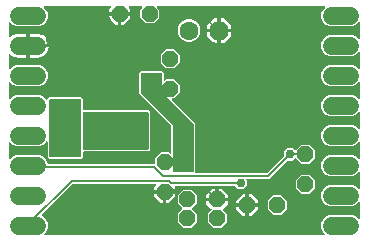
<source format=gbr>
G04 EAGLE Gerber RS-274X export*
G75*
%MOMM*%
%FSLAX34Y34*%
%LPD*%
%INBottom Copper*%
%IPPOS*%
%AMOC8*
5,1,8,0,0,1.08239X$1,22.5*%
G01*
%ADD10P,1.732040X8X22.500000*%
%ADD11C,1.600200*%
%ADD12P,1.429621X8X202.500000*%
%ADD13P,1.429621X8X292.500000*%
%ADD14P,1.429621X8X112.500000*%
%ADD15P,1.429621X8X22.500000*%
%ADD16C,1.524000*%
%ADD17C,0.152400*%
%ADD18C,0.756400*%
%ADD19P,0.818720X8X22.500000*%

G36*
X274733Y42684D02*
X274733Y42684D01*
X274804Y42686D01*
X274853Y42704D01*
X274905Y42712D01*
X274968Y42746D01*
X275035Y42771D01*
X275076Y42803D01*
X275122Y42828D01*
X275171Y42880D01*
X275227Y42924D01*
X275256Y42968D01*
X275291Y43006D01*
X275322Y43071D01*
X275360Y43131D01*
X275373Y43182D01*
X275395Y43229D01*
X275403Y43300D01*
X275420Y43370D01*
X275416Y43422D01*
X275422Y43473D01*
X275407Y43544D01*
X275401Y43615D01*
X275381Y43663D01*
X275370Y43714D01*
X275333Y43775D01*
X275305Y43841D01*
X275260Y43897D01*
X275244Y43925D01*
X275226Y43940D01*
X275200Y43972D01*
X273552Y45620D01*
X272160Y48981D01*
X272160Y52619D01*
X273552Y55980D01*
X276125Y58553D01*
X279486Y59945D01*
X298364Y59945D01*
X301725Y58553D01*
X303690Y56587D01*
X303748Y56546D01*
X303800Y56496D01*
X303823Y56486D01*
X303825Y56485D01*
X303848Y56474D01*
X303890Y56444D01*
X303958Y56423D01*
X304024Y56393D01*
X304075Y56387D01*
X304125Y56371D01*
X304197Y56373D01*
X304268Y56365D01*
X304319Y56376D01*
X304371Y56378D01*
X304438Y56402D01*
X304508Y56418D01*
X304553Y56444D01*
X304602Y56462D01*
X304658Y56507D01*
X304719Y56544D01*
X304753Y56583D01*
X304794Y56616D01*
X304833Y56676D01*
X304879Y56731D01*
X304899Y56779D01*
X304927Y56823D01*
X304944Y56892D01*
X304951Y56909D01*
X304962Y56931D01*
X304962Y56936D01*
X304971Y56959D01*
X304979Y57030D01*
X304987Y57061D01*
X304985Y57085D01*
X304990Y57126D01*
X304990Y69874D01*
X304978Y69945D01*
X304976Y70017D01*
X304958Y70066D01*
X304950Y70117D01*
X304916Y70180D01*
X304892Y70248D01*
X304859Y70288D01*
X304835Y70334D01*
X304783Y70384D01*
X304738Y70440D01*
X304694Y70468D01*
X304657Y70504D01*
X304592Y70534D01*
X304531Y70573D01*
X304481Y70586D01*
X304434Y70607D01*
X304362Y70615D01*
X304293Y70633D01*
X304241Y70629D01*
X304189Y70635D01*
X304119Y70619D01*
X304048Y70614D01*
X304000Y70593D01*
X303949Y70582D01*
X303887Y70546D01*
X303821Y70517D01*
X303765Y70473D01*
X303738Y70456D01*
X303722Y70438D01*
X303690Y70413D01*
X301725Y68447D01*
X298364Y67055D01*
X279486Y67055D01*
X276125Y68447D01*
X273552Y71020D01*
X272160Y74381D01*
X272160Y78019D01*
X273552Y81380D01*
X276125Y83953D01*
X279486Y85345D01*
X298364Y85345D01*
X301725Y83953D01*
X303690Y81987D01*
X303748Y81946D01*
X303800Y81896D01*
X303848Y81874D01*
X303890Y81844D01*
X303958Y81823D01*
X304024Y81793D01*
X304075Y81787D01*
X304125Y81771D01*
X304197Y81773D01*
X304268Y81765D01*
X304319Y81776D01*
X304371Y81778D01*
X304438Y81802D01*
X304508Y81818D01*
X304553Y81844D01*
X304602Y81862D01*
X304658Y81907D01*
X304719Y81944D01*
X304753Y81983D01*
X304794Y82016D01*
X304833Y82076D01*
X304879Y82131D01*
X304899Y82179D01*
X304927Y82223D01*
X304944Y82292D01*
X304971Y82359D01*
X304979Y82430D01*
X304987Y82461D01*
X304985Y82485D01*
X304990Y82526D01*
X304990Y95274D01*
X304978Y95345D01*
X304976Y95417D01*
X304958Y95466D01*
X304950Y95517D01*
X304916Y95580D01*
X304892Y95648D01*
X304859Y95688D01*
X304835Y95734D01*
X304783Y95784D01*
X304738Y95840D01*
X304694Y95868D01*
X304657Y95904D01*
X304592Y95934D01*
X304531Y95973D01*
X304481Y95986D01*
X304434Y96007D01*
X304362Y96015D01*
X304293Y96033D01*
X304241Y96029D01*
X304189Y96035D01*
X304119Y96019D01*
X304048Y96014D01*
X304000Y95993D01*
X303949Y95982D01*
X303887Y95946D01*
X303821Y95917D01*
X303765Y95873D01*
X303738Y95856D01*
X303722Y95838D01*
X303690Y95813D01*
X301725Y93847D01*
X298364Y92455D01*
X279486Y92455D01*
X276125Y93847D01*
X273552Y96420D01*
X272160Y99781D01*
X272160Y103419D01*
X273552Y106780D01*
X276125Y109353D01*
X279486Y110745D01*
X298364Y110745D01*
X301725Y109353D01*
X303690Y107387D01*
X303748Y107346D01*
X303800Y107296D01*
X303848Y107274D01*
X303890Y107244D01*
X303958Y107223D01*
X304024Y107193D01*
X304075Y107187D01*
X304125Y107171D01*
X304197Y107173D01*
X304268Y107165D01*
X304319Y107176D01*
X304371Y107178D01*
X304438Y107202D01*
X304508Y107218D01*
X304553Y107244D01*
X304602Y107262D01*
X304658Y107307D01*
X304719Y107344D01*
X304753Y107383D01*
X304794Y107416D01*
X304833Y107476D01*
X304879Y107531D01*
X304899Y107579D01*
X304927Y107623D01*
X304944Y107692D01*
X304971Y107759D01*
X304979Y107830D01*
X304987Y107861D01*
X304985Y107885D01*
X304990Y107926D01*
X304990Y120674D01*
X304978Y120745D01*
X304976Y120817D01*
X304958Y120866D01*
X304950Y120917D01*
X304916Y120980D01*
X304892Y121048D01*
X304859Y121088D01*
X304835Y121134D01*
X304783Y121184D01*
X304738Y121240D01*
X304694Y121268D01*
X304657Y121304D01*
X304592Y121334D01*
X304531Y121373D01*
X304481Y121386D01*
X304434Y121407D01*
X304362Y121415D01*
X304293Y121433D01*
X304241Y121429D01*
X304189Y121435D01*
X304119Y121419D01*
X304048Y121414D01*
X304000Y121393D01*
X303949Y121382D01*
X303887Y121346D01*
X303821Y121317D01*
X303765Y121273D01*
X303738Y121256D01*
X303722Y121238D01*
X303690Y121213D01*
X301725Y119247D01*
X298364Y117855D01*
X279486Y117855D01*
X276125Y119247D01*
X273552Y121820D01*
X272160Y125181D01*
X272160Y128819D01*
X273552Y132180D01*
X276125Y134753D01*
X279486Y136145D01*
X298364Y136145D01*
X301725Y134753D01*
X303690Y132787D01*
X303748Y132746D01*
X303800Y132696D01*
X303848Y132674D01*
X303890Y132644D01*
X303958Y132623D01*
X304024Y132593D01*
X304075Y132587D01*
X304125Y132571D01*
X304197Y132573D01*
X304268Y132565D01*
X304319Y132576D01*
X304371Y132578D01*
X304438Y132602D01*
X304508Y132618D01*
X304553Y132644D01*
X304602Y132662D01*
X304658Y132707D01*
X304719Y132744D01*
X304753Y132783D01*
X304794Y132816D01*
X304833Y132876D01*
X304879Y132931D01*
X304899Y132979D01*
X304927Y133023D01*
X304944Y133092D01*
X304971Y133159D01*
X304979Y133230D01*
X304987Y133261D01*
X304985Y133285D01*
X304990Y133326D01*
X304990Y146074D01*
X304978Y146145D01*
X304976Y146217D01*
X304958Y146266D01*
X304950Y146317D01*
X304916Y146380D01*
X304892Y146448D01*
X304859Y146488D01*
X304835Y146534D01*
X304783Y146584D01*
X304738Y146640D01*
X304694Y146668D01*
X304657Y146704D01*
X304592Y146734D01*
X304531Y146773D01*
X304481Y146786D01*
X304434Y146807D01*
X304362Y146815D01*
X304293Y146833D01*
X304241Y146829D01*
X304189Y146835D01*
X304119Y146819D01*
X304048Y146814D01*
X304000Y146793D01*
X303949Y146782D01*
X303887Y146746D01*
X303821Y146717D01*
X303765Y146673D01*
X303738Y146656D01*
X303722Y146638D01*
X303690Y146613D01*
X301725Y144647D01*
X298364Y143255D01*
X279486Y143255D01*
X276125Y144647D01*
X273552Y147220D01*
X272160Y150581D01*
X272160Y154219D01*
X273552Y157580D01*
X276125Y160153D01*
X279486Y161545D01*
X298364Y161545D01*
X301725Y160153D01*
X303690Y158187D01*
X303748Y158146D01*
X303800Y158096D01*
X303848Y158074D01*
X303890Y158044D01*
X303958Y158023D01*
X304024Y157993D01*
X304075Y157987D01*
X304125Y157971D01*
X304197Y157973D01*
X304268Y157965D01*
X304319Y157976D01*
X304371Y157978D01*
X304438Y158002D01*
X304508Y158018D01*
X304553Y158044D01*
X304602Y158062D01*
X304658Y158107D01*
X304719Y158144D01*
X304753Y158183D01*
X304794Y158216D01*
X304833Y158276D01*
X304879Y158331D01*
X304899Y158379D01*
X304927Y158423D01*
X304944Y158492D01*
X304971Y158559D01*
X304979Y158630D01*
X304987Y158661D01*
X304985Y158685D01*
X304990Y158726D01*
X304990Y171474D01*
X304978Y171545D01*
X304976Y171617D01*
X304958Y171666D01*
X304950Y171717D01*
X304916Y171780D01*
X304892Y171848D01*
X304859Y171888D01*
X304835Y171934D01*
X304783Y171984D01*
X304738Y172040D01*
X304694Y172068D01*
X304657Y172104D01*
X304592Y172134D01*
X304531Y172173D01*
X304481Y172186D01*
X304434Y172207D01*
X304362Y172215D01*
X304293Y172233D01*
X304241Y172229D01*
X304189Y172235D01*
X304119Y172219D01*
X304048Y172214D01*
X304000Y172193D01*
X303949Y172182D01*
X303887Y172146D01*
X303821Y172117D01*
X303765Y172073D01*
X303738Y172056D01*
X303722Y172038D01*
X303690Y172013D01*
X301725Y170047D01*
X298364Y168655D01*
X279486Y168655D01*
X276125Y170047D01*
X273552Y172620D01*
X272160Y175981D01*
X272160Y179619D01*
X273552Y182980D01*
X276125Y185553D01*
X279486Y186945D01*
X298364Y186945D01*
X301725Y185553D01*
X303690Y183587D01*
X303748Y183546D01*
X303800Y183496D01*
X303848Y183474D01*
X303890Y183444D01*
X303958Y183423D01*
X304024Y183393D01*
X304075Y183387D01*
X304125Y183371D01*
X304197Y183373D01*
X304268Y183365D01*
X304319Y183376D01*
X304371Y183378D01*
X304438Y183402D01*
X304508Y183418D01*
X304553Y183444D01*
X304602Y183462D01*
X304658Y183507D01*
X304719Y183544D01*
X304753Y183583D01*
X304794Y183616D01*
X304833Y183676D01*
X304879Y183731D01*
X304899Y183779D01*
X304927Y183823D01*
X304944Y183892D01*
X304971Y183959D01*
X304979Y184030D01*
X304987Y184061D01*
X304985Y184085D01*
X304990Y184126D01*
X304990Y196874D01*
X304978Y196945D01*
X304976Y197017D01*
X304958Y197066D01*
X304950Y197117D01*
X304916Y197180D01*
X304892Y197248D01*
X304859Y197288D01*
X304835Y197334D01*
X304783Y197384D01*
X304738Y197440D01*
X304694Y197468D01*
X304657Y197504D01*
X304592Y197534D01*
X304531Y197573D01*
X304481Y197586D01*
X304434Y197607D01*
X304362Y197615D01*
X304293Y197633D01*
X304241Y197629D01*
X304189Y197635D01*
X304119Y197619D01*
X304048Y197614D01*
X304000Y197593D01*
X303949Y197582D01*
X303887Y197546D01*
X303821Y197517D01*
X303765Y197473D01*
X303738Y197456D01*
X303722Y197438D01*
X303690Y197413D01*
X301725Y195447D01*
X298364Y194055D01*
X279486Y194055D01*
X276125Y195447D01*
X273552Y198020D01*
X272160Y201381D01*
X272160Y205019D01*
X273552Y208380D01*
X276125Y210953D01*
X279486Y212345D01*
X298364Y212345D01*
X301725Y210953D01*
X303690Y208987D01*
X303748Y208946D01*
X303800Y208896D01*
X303848Y208874D01*
X303890Y208844D01*
X303958Y208823D01*
X304024Y208793D01*
X304075Y208787D01*
X304125Y208771D01*
X304197Y208773D01*
X304268Y208765D01*
X304319Y208776D01*
X304371Y208778D01*
X304438Y208802D01*
X304508Y208818D01*
X304553Y208844D01*
X304602Y208862D01*
X304658Y208907D01*
X304719Y208944D01*
X304753Y208983D01*
X304794Y209016D01*
X304833Y209076D01*
X304879Y209131D01*
X304899Y209179D01*
X304927Y209223D01*
X304944Y209292D01*
X304971Y209359D01*
X304979Y209430D01*
X304987Y209461D01*
X304985Y209485D01*
X304990Y209526D01*
X304990Y222274D01*
X304978Y222345D01*
X304976Y222417D01*
X304958Y222466D01*
X304950Y222517D01*
X304916Y222580D01*
X304892Y222648D01*
X304859Y222688D01*
X304835Y222734D01*
X304783Y222784D01*
X304738Y222840D01*
X304694Y222868D01*
X304657Y222904D01*
X304592Y222934D01*
X304531Y222973D01*
X304481Y222986D01*
X304434Y223007D01*
X304362Y223015D01*
X304293Y223033D01*
X304241Y223029D01*
X304189Y223035D01*
X304119Y223019D01*
X304048Y223014D01*
X304000Y222993D01*
X303949Y222982D01*
X303887Y222946D01*
X303821Y222917D01*
X303765Y222873D01*
X303738Y222856D01*
X303722Y222838D01*
X303690Y222813D01*
X301725Y220847D01*
X298364Y219455D01*
X279486Y219455D01*
X276125Y220847D01*
X273552Y223420D01*
X272160Y226781D01*
X272160Y230419D01*
X273552Y233780D01*
X275200Y235428D01*
X275242Y235486D01*
X275291Y235538D01*
X275313Y235585D01*
X275344Y235627D01*
X275365Y235696D01*
X275395Y235761D01*
X275401Y235813D01*
X275416Y235863D01*
X275414Y235934D01*
X275422Y236005D01*
X275411Y236056D01*
X275410Y236108D01*
X275385Y236176D01*
X275370Y236246D01*
X275343Y236291D01*
X275325Y236339D01*
X275280Y236395D01*
X275244Y236457D01*
X275204Y236491D01*
X275172Y236531D01*
X275111Y236570D01*
X275057Y236617D01*
X275008Y236636D01*
X274965Y236664D01*
X274895Y236682D01*
X274829Y236709D01*
X274757Y236717D01*
X274726Y236725D01*
X274703Y236723D01*
X274662Y236727D01*
X133794Y236727D01*
X133723Y236716D01*
X133651Y236714D01*
X133602Y236696D01*
X133551Y236688D01*
X133488Y236654D01*
X133420Y236629D01*
X133380Y236597D01*
X133334Y236572D01*
X133284Y236520D01*
X133228Y236476D01*
X133200Y236432D01*
X133164Y236394D01*
X133134Y236329D01*
X133095Y236269D01*
X133083Y236218D01*
X133061Y236171D01*
X133053Y236100D01*
X133035Y236030D01*
X133039Y235978D01*
X133034Y235927D01*
X133049Y235856D01*
X133054Y235785D01*
X133075Y235737D01*
X133086Y235686D01*
X133123Y235625D01*
X133151Y235559D01*
X133196Y235503D01*
X133212Y235475D01*
X133230Y235460D01*
X133256Y235428D01*
X135129Y233555D01*
X135129Y226820D01*
X130367Y222059D01*
X123633Y222059D01*
X118871Y226820D01*
X118871Y233555D01*
X120744Y235428D01*
X120786Y235486D01*
X120836Y235538D01*
X120858Y235585D01*
X120888Y235627D01*
X120909Y235696D01*
X120939Y235761D01*
X120945Y235813D01*
X120960Y235863D01*
X120959Y235934D01*
X120966Y236005D01*
X120955Y236056D01*
X120954Y236108D01*
X120929Y236176D01*
X120914Y236246D01*
X120887Y236291D01*
X120870Y236339D01*
X120825Y236395D01*
X120788Y236457D01*
X120748Y236491D01*
X120716Y236531D01*
X120656Y236570D01*
X120601Y236617D01*
X120553Y236636D01*
X120509Y236664D01*
X120439Y236682D01*
X120373Y236709D01*
X120302Y236717D01*
X120270Y236725D01*
X120247Y236723D01*
X120206Y236727D01*
X109831Y236727D01*
X109760Y236716D01*
X109688Y236714D01*
X109639Y236696D01*
X109588Y236688D01*
X109525Y236654D01*
X109457Y236629D01*
X109417Y236597D01*
X109370Y236572D01*
X109321Y236520D01*
X109265Y236476D01*
X109237Y236432D01*
X109201Y236394D01*
X109171Y236329D01*
X109132Y236269D01*
X109119Y236218D01*
X109097Y236171D01*
X109090Y236100D01*
X109072Y236030D01*
X109076Y235978D01*
X109070Y235927D01*
X109086Y235856D01*
X109091Y235785D01*
X109112Y235737D01*
X109123Y235686D01*
X109159Y235625D01*
X109188Y235559D01*
X109232Y235503D01*
X109249Y235475D01*
X109267Y235460D01*
X109292Y235428D01*
X110745Y233975D01*
X110745Y231711D01*
X102362Y231711D01*
X102342Y231707D01*
X102323Y231710D01*
X102221Y231688D01*
X102119Y231671D01*
X102102Y231662D01*
X102082Y231657D01*
X101993Y231604D01*
X101902Y231556D01*
X101888Y231541D01*
X101871Y231531D01*
X101804Y231453D01*
X101733Y231378D01*
X101724Y231359D01*
X101711Y231344D01*
X101673Y231248D01*
X101629Y231154D01*
X101627Y231135D01*
X101619Y231116D01*
X101601Y230949D01*
X101601Y230187D01*
X101599Y230187D01*
X101599Y230949D01*
X101596Y230969D01*
X101598Y230989D01*
X101576Y231090D01*
X101559Y231192D01*
X101550Y231210D01*
X101546Y231229D01*
X101493Y231318D01*
X101444Y231410D01*
X101430Y231423D01*
X101420Y231440D01*
X101341Y231508D01*
X101266Y231579D01*
X101248Y231587D01*
X101233Y231600D01*
X101137Y231639D01*
X101043Y231683D01*
X101023Y231685D01*
X101005Y231692D01*
X100838Y231711D01*
X92455Y231711D01*
X92455Y233975D01*
X93908Y235428D01*
X93950Y235486D01*
X93999Y235538D01*
X94021Y235585D01*
X94051Y235627D01*
X94072Y235696D01*
X94103Y235761D01*
X94108Y235813D01*
X94124Y235863D01*
X94122Y235934D01*
X94130Y236005D01*
X94119Y236056D01*
X94117Y236108D01*
X94093Y236176D01*
X94077Y236246D01*
X94051Y236291D01*
X94033Y236339D01*
X93988Y236395D01*
X93951Y236457D01*
X93912Y236491D01*
X93879Y236531D01*
X93819Y236570D01*
X93764Y236617D01*
X93716Y236636D01*
X93672Y236664D01*
X93603Y236682D01*
X93536Y236709D01*
X93465Y236717D01*
X93434Y236725D01*
X93410Y236723D01*
X93369Y236727D01*
X38076Y236727D01*
X38005Y236716D01*
X37933Y236714D01*
X37884Y236696D01*
X37833Y236688D01*
X37770Y236654D01*
X37702Y236629D01*
X37662Y236597D01*
X37616Y236572D01*
X37566Y236520D01*
X37510Y236476D01*
X37482Y236432D01*
X37446Y236394D01*
X37416Y236329D01*
X37377Y236269D01*
X37364Y236218D01*
X37343Y236171D01*
X37335Y236100D01*
X37317Y236030D01*
X37321Y235978D01*
X37315Y235927D01*
X37331Y235856D01*
X37336Y235785D01*
X37357Y235737D01*
X37368Y235686D01*
X37404Y235625D01*
X37433Y235559D01*
X37477Y235503D01*
X37494Y235475D01*
X37512Y235460D01*
X37537Y235428D01*
X39185Y233780D01*
X40577Y230419D01*
X40577Y226781D01*
X39185Y223420D01*
X36613Y220847D01*
X33251Y219455D01*
X14374Y219455D01*
X11012Y220847D01*
X9047Y222813D01*
X8989Y222854D01*
X8937Y222904D01*
X8890Y222926D01*
X8848Y222956D01*
X8779Y222977D01*
X8714Y223007D01*
X8662Y223013D01*
X8612Y223029D01*
X8541Y223027D01*
X8470Y223035D01*
X8419Y223024D01*
X8367Y223022D01*
X8299Y222998D01*
X8229Y222982D01*
X8184Y222956D01*
X8136Y222938D01*
X8080Y222893D01*
X8018Y222856D01*
X7984Y222817D01*
X7944Y222784D01*
X7905Y222724D01*
X7858Y222669D01*
X7839Y222621D01*
X7811Y222577D01*
X7793Y222508D01*
X7766Y222441D01*
X7758Y222370D01*
X7750Y222339D01*
X7752Y222315D01*
X7748Y222274D01*
X7748Y210962D01*
X7759Y210892D01*
X7761Y210820D01*
X7779Y210771D01*
X7787Y210720D01*
X7821Y210656D01*
X7846Y210589D01*
X7878Y210548D01*
X7903Y210502D01*
X7955Y210453D01*
X7999Y210397D01*
X8043Y210369D01*
X8081Y210333D01*
X8146Y210303D01*
X8206Y210264D01*
X8257Y210251D01*
X8304Y210229D01*
X8375Y210221D01*
X8445Y210204D01*
X8497Y210208D01*
X8548Y210202D01*
X8619Y210218D01*
X8690Y210223D01*
X8738Y210243D01*
X8789Y210255D01*
X8850Y210291D01*
X8916Y210319D01*
X8972Y210364D01*
X9000Y210381D01*
X9015Y210398D01*
X9047Y210424D01*
X9573Y210950D01*
X10867Y211890D01*
X12292Y212616D01*
X13813Y213111D01*
X15393Y213361D01*
X22289Y213361D01*
X22289Y203962D01*
X22292Y203942D01*
X22290Y203923D01*
X22312Y203821D01*
X22329Y203719D01*
X22338Y203702D01*
X22343Y203682D01*
X22396Y203593D01*
X22444Y203502D01*
X22459Y203488D01*
X22469Y203471D01*
X22547Y203404D01*
X22622Y203333D01*
X22640Y203324D01*
X22656Y203311D01*
X22752Y203273D01*
X22846Y203229D01*
X22865Y203227D01*
X22884Y203219D01*
X23051Y203201D01*
X23813Y203201D01*
X23813Y203199D01*
X23051Y203199D01*
X23031Y203196D01*
X23011Y203198D01*
X22910Y203176D01*
X22808Y203159D01*
X22790Y203150D01*
X22771Y203146D01*
X22682Y203093D01*
X22590Y203044D01*
X22577Y203030D01*
X22560Y203020D01*
X22492Y202941D01*
X22421Y202866D01*
X22413Y202848D01*
X22400Y202833D01*
X22361Y202737D01*
X22317Y202643D01*
X22315Y202623D01*
X22308Y202605D01*
X22289Y202438D01*
X22289Y193039D01*
X15393Y193039D01*
X13813Y193289D01*
X12292Y193784D01*
X10867Y194510D01*
X9573Y195450D01*
X9047Y195976D01*
X8989Y196018D01*
X8937Y196067D01*
X8890Y196089D01*
X8848Y196119D01*
X8779Y196140D01*
X8714Y196171D01*
X8662Y196176D01*
X8612Y196192D01*
X8541Y196190D01*
X8470Y196198D01*
X8419Y196187D01*
X8367Y196185D01*
X8299Y196161D01*
X8229Y196145D01*
X8184Y196119D01*
X8136Y196101D01*
X8080Y196056D01*
X8018Y196019D01*
X7984Y195980D01*
X7944Y195947D01*
X7905Y195887D01*
X7858Y195832D01*
X7839Y195784D01*
X7811Y195740D01*
X7793Y195671D01*
X7766Y195604D01*
X7758Y195533D01*
X7750Y195502D01*
X7752Y195478D01*
X7748Y195438D01*
X7748Y184126D01*
X7759Y184055D01*
X7761Y183983D01*
X7779Y183934D01*
X7787Y183883D01*
X7821Y183820D01*
X7846Y183752D01*
X7878Y183712D01*
X7903Y183666D01*
X7955Y183616D01*
X7999Y183560D01*
X8043Y183532D01*
X8081Y183496D01*
X8146Y183466D01*
X8206Y183427D01*
X8257Y183414D01*
X8304Y183393D01*
X8375Y183385D01*
X8445Y183367D01*
X8497Y183371D01*
X8548Y183365D01*
X8619Y183381D01*
X8690Y183386D01*
X8738Y183407D01*
X8789Y183418D01*
X8850Y183454D01*
X8916Y183483D01*
X8972Y183527D01*
X9000Y183544D01*
X9015Y183562D01*
X9047Y183587D01*
X11012Y185553D01*
X14374Y186945D01*
X33251Y186945D01*
X36613Y185553D01*
X39185Y182980D01*
X40577Y179619D01*
X40577Y175981D01*
X39185Y172620D01*
X36613Y170047D01*
X33251Y168655D01*
X14374Y168655D01*
X11012Y170047D01*
X9047Y172013D01*
X8989Y172054D01*
X8937Y172104D01*
X8890Y172126D01*
X8848Y172156D01*
X8779Y172177D01*
X8714Y172207D01*
X8662Y172213D01*
X8612Y172229D01*
X8541Y172227D01*
X8470Y172235D01*
X8419Y172224D01*
X8367Y172222D01*
X8299Y172198D01*
X8229Y172182D01*
X8184Y172156D01*
X8136Y172138D01*
X8080Y172093D01*
X8018Y172056D01*
X7984Y172017D01*
X7944Y171984D01*
X7905Y171924D01*
X7858Y171869D01*
X7839Y171821D01*
X7811Y171777D01*
X7793Y171708D01*
X7766Y171641D01*
X7758Y171570D01*
X7750Y171539D01*
X7752Y171515D01*
X7748Y171474D01*
X7748Y158726D01*
X7759Y158655D01*
X7761Y158583D01*
X7779Y158534D01*
X7787Y158483D01*
X7821Y158420D01*
X7846Y158352D01*
X7878Y158312D01*
X7903Y158266D01*
X7955Y158216D01*
X7999Y158160D01*
X8043Y158132D01*
X8081Y158096D01*
X8146Y158066D01*
X8206Y158027D01*
X8257Y158014D01*
X8304Y157993D01*
X8375Y157985D01*
X8445Y157967D01*
X8497Y157971D01*
X8548Y157965D01*
X8619Y157981D01*
X8690Y157986D01*
X8738Y158007D01*
X8789Y158018D01*
X8850Y158054D01*
X8916Y158083D01*
X8972Y158127D01*
X9000Y158144D01*
X9015Y158162D01*
X9047Y158187D01*
X11012Y160153D01*
X14374Y161545D01*
X33251Y161545D01*
X36613Y160153D01*
X39276Y157489D01*
X39334Y157447D01*
X39386Y157398D01*
X39434Y157376D01*
X39476Y157345D01*
X39544Y157324D01*
X39610Y157294D01*
X39661Y157288D01*
X39711Y157273D01*
X39783Y157275D01*
X39854Y157267D01*
X39905Y157278D01*
X39957Y157279D01*
X40024Y157304D01*
X40094Y157319D01*
X40139Y157346D01*
X40188Y157364D01*
X40244Y157409D01*
X40305Y157445D01*
X40339Y157485D01*
X40380Y157517D01*
X40419Y157578D01*
X40465Y157632D01*
X40485Y157681D01*
X40513Y157724D01*
X40530Y157794D01*
X40557Y157860D01*
X40565Y157932D01*
X40573Y157963D01*
X40571Y157986D01*
X40576Y158027D01*
X40576Y158110D01*
X41915Y159449D01*
X69210Y159449D01*
X70549Y158110D01*
X70549Y149098D01*
X70552Y149078D01*
X70550Y149059D01*
X70572Y148957D01*
X70589Y148855D01*
X70598Y148838D01*
X70603Y148818D01*
X70656Y148729D01*
X70704Y148638D01*
X70718Y148624D01*
X70729Y148607D01*
X70807Y148540D01*
X70882Y148468D01*
X70900Y148460D01*
X70916Y148447D01*
X71012Y148408D01*
X71105Y148365D01*
X71125Y148363D01*
X71144Y148355D01*
X71310Y148337D01*
X119654Y148337D01*
X119744Y148351D01*
X119835Y148359D01*
X119865Y148371D01*
X119897Y148376D01*
X119954Y148407D01*
X124513Y148407D01*
X124570Y148389D01*
X124654Y148355D01*
X124695Y148351D01*
X124718Y148344D01*
X124750Y148345D01*
X124821Y148337D01*
X126360Y148337D01*
X127699Y146997D01*
X127699Y114940D01*
X126360Y113601D01*
X71310Y113601D01*
X71291Y113598D01*
X71271Y113600D01*
X71170Y113578D01*
X71068Y113561D01*
X71050Y113552D01*
X71031Y113547D01*
X70942Y113494D01*
X70850Y113446D01*
X70837Y113432D01*
X70820Y113421D01*
X70752Y113343D01*
X70681Y113268D01*
X70673Y113250D01*
X70660Y113234D01*
X70621Y113138D01*
X70577Y113045D01*
X70575Y113025D01*
X70568Y113006D01*
X70549Y112840D01*
X70549Y108590D01*
X69210Y107251D01*
X41915Y107251D01*
X40576Y108590D01*
X40576Y121373D01*
X40564Y121444D01*
X40562Y121515D01*
X40544Y121564D01*
X40536Y121616D01*
X40502Y121679D01*
X40478Y121746D01*
X40445Y121787D01*
X40421Y121833D01*
X40369Y121882D01*
X40324Y121938D01*
X40280Y121967D01*
X40243Y122002D01*
X40178Y122033D01*
X40117Y122071D01*
X40067Y122084D01*
X40020Y122106D01*
X39948Y122114D01*
X39879Y122131D01*
X39827Y122127D01*
X39775Y122133D01*
X39705Y122118D01*
X39634Y122112D01*
X39586Y122092D01*
X39535Y122081D01*
X39473Y122044D01*
X39407Y122016D01*
X39351Y121971D01*
X39324Y121955D01*
X39308Y121937D01*
X39276Y121911D01*
X36613Y119247D01*
X33251Y117855D01*
X14374Y117855D01*
X11012Y119247D01*
X9047Y121213D01*
X8989Y121254D01*
X8937Y121304D01*
X8890Y121326D01*
X8848Y121356D01*
X8779Y121377D01*
X8714Y121407D01*
X8662Y121413D01*
X8612Y121429D01*
X8541Y121427D01*
X8470Y121435D01*
X8419Y121424D01*
X8367Y121422D01*
X8299Y121398D01*
X8229Y121382D01*
X8184Y121356D01*
X8136Y121338D01*
X8080Y121293D01*
X8018Y121256D01*
X7984Y121217D01*
X7944Y121184D01*
X7905Y121124D01*
X7858Y121069D01*
X7839Y121021D01*
X7811Y120977D01*
X7793Y120908D01*
X7766Y120841D01*
X7758Y120770D01*
X7750Y120739D01*
X7752Y120715D01*
X7748Y120674D01*
X7748Y107926D01*
X7759Y107855D01*
X7761Y107783D01*
X7779Y107734D01*
X7787Y107683D01*
X7821Y107620D01*
X7846Y107552D01*
X7878Y107512D01*
X7903Y107466D01*
X7955Y107416D01*
X7999Y107360D01*
X8043Y107332D01*
X8081Y107296D01*
X8146Y107266D01*
X8206Y107227D01*
X8257Y107214D01*
X8304Y107193D01*
X8375Y107185D01*
X8445Y107167D01*
X8497Y107171D01*
X8548Y107165D01*
X8619Y107181D01*
X8690Y107186D01*
X8738Y107207D01*
X8789Y107218D01*
X8850Y107254D01*
X8916Y107283D01*
X8972Y107327D01*
X9000Y107344D01*
X9015Y107362D01*
X9047Y107387D01*
X11012Y109353D01*
X14374Y110745D01*
X33251Y110745D01*
X36613Y109353D01*
X39185Y106780D01*
X40610Y103341D01*
X40671Y103241D01*
X40731Y103141D01*
X40736Y103137D01*
X40739Y103132D01*
X40829Y103057D01*
X40918Y102981D01*
X40924Y102979D01*
X40929Y102975D01*
X41037Y102933D01*
X41146Y102889D01*
X41154Y102888D01*
X41158Y102887D01*
X41177Y102886D01*
X41313Y102871D01*
X130810Y102871D01*
X130830Y102874D01*
X130849Y102872D01*
X130951Y102894D01*
X131053Y102910D01*
X131070Y102920D01*
X131090Y102924D01*
X131179Y102977D01*
X131270Y103026D01*
X131284Y103040D01*
X131301Y103050D01*
X131368Y103129D01*
X131440Y103204D01*
X131448Y103222D01*
X131461Y103237D01*
X131500Y103333D01*
X131543Y103427D01*
X131545Y103447D01*
X131553Y103465D01*
X131571Y103632D01*
X131571Y108142D01*
X136333Y112904D01*
X143067Y112904D01*
X144051Y111920D01*
X144109Y111878D01*
X144161Y111828D01*
X144209Y111806D01*
X144251Y111776D01*
X144319Y111755D01*
X144385Y111725D01*
X144436Y111719D01*
X144486Y111704D01*
X144558Y111705D01*
X144629Y111698D01*
X144680Y111709D01*
X144732Y111710D01*
X144799Y111735D01*
X144869Y111750D01*
X144914Y111777D01*
X144963Y111794D01*
X145019Y111839D01*
X145080Y111876D01*
X145114Y111916D01*
X145155Y111948D01*
X145194Y112008D01*
X145240Y112063D01*
X145260Y112111D01*
X145288Y112155D01*
X145305Y112225D01*
X145332Y112291D01*
X145340Y112362D01*
X145348Y112394D01*
X145346Y112417D01*
X145351Y112458D01*
X145351Y135263D01*
X145336Y135353D01*
X145329Y135444D01*
X145316Y135473D01*
X145311Y135505D01*
X145268Y135586D01*
X145233Y135670D01*
X145207Y135702D01*
X145196Y135723D01*
X145173Y135745D01*
X145128Y135801D01*
X118363Y162565D01*
X118363Y180335D01*
X119703Y181674D01*
X137472Y181674D01*
X138812Y180335D01*
X138812Y174370D01*
X138823Y174300D01*
X138825Y174228D01*
X138843Y174179D01*
X138851Y174128D01*
X138885Y174064D01*
X138910Y173997D01*
X138942Y173956D01*
X138967Y173910D01*
X139019Y173861D01*
X139063Y173805D01*
X139107Y173777D01*
X139145Y173741D01*
X139210Y173711D01*
X139270Y173672D01*
X139321Y173659D01*
X139368Y173637D01*
X139439Y173629D01*
X139509Y173612D01*
X139561Y173616D01*
X139612Y173610D01*
X139683Y173625D01*
X139754Y173631D01*
X139802Y173651D01*
X139853Y173662D01*
X139914Y173699D01*
X139980Y173727D01*
X140036Y173772D01*
X140064Y173789D01*
X140079Y173806D01*
X140111Y173832D01*
X141095Y174816D01*
X147830Y174816D01*
X152591Y170055D01*
X152591Y163320D01*
X147830Y158559D01*
X146550Y158559D01*
X146480Y158547D01*
X146408Y158545D01*
X146359Y158527D01*
X146308Y158519D01*
X146244Y158485D01*
X146177Y158461D01*
X146136Y158428D01*
X146090Y158404D01*
X146041Y158352D01*
X145985Y158307D01*
X145957Y158263D01*
X145921Y158226D01*
X145891Y158161D01*
X145852Y158100D01*
X145839Y158050D01*
X145817Y158003D01*
X145809Y157931D01*
X145792Y157862D01*
X145796Y157810D01*
X145790Y157758D01*
X145805Y157688D01*
X145811Y157617D01*
X145831Y157569D01*
X145842Y157518D01*
X145879Y157456D01*
X145907Y157390D01*
X145952Y157334D01*
X145969Y157307D01*
X145986Y157291D01*
X146012Y157259D01*
X165799Y137472D01*
X165799Y96012D01*
X165802Y95992D01*
X165800Y95973D01*
X165822Y95871D01*
X165839Y95769D01*
X165848Y95752D01*
X165853Y95732D01*
X165906Y95643D01*
X165954Y95552D01*
X165968Y95538D01*
X165979Y95521D01*
X166057Y95454D01*
X166132Y95382D01*
X166150Y95374D01*
X166166Y95361D01*
X166262Y95322D01*
X166355Y95279D01*
X166375Y95277D01*
X166394Y95269D01*
X166560Y95251D01*
X226194Y95251D01*
X226285Y95265D01*
X226375Y95273D01*
X226405Y95285D01*
X226437Y95290D01*
X226518Y95333D01*
X226602Y95369D01*
X226634Y95395D01*
X226655Y95406D01*
X226677Y95429D01*
X226733Y95474D01*
X240215Y108956D01*
X240268Y109030D01*
X240328Y109100D01*
X240340Y109130D01*
X240359Y109156D01*
X240386Y109243D01*
X240420Y109328D01*
X240424Y109369D01*
X240431Y109391D01*
X240430Y109423D01*
X240438Y109495D01*
X240438Y113450D01*
X243547Y116559D01*
X247943Y116559D01*
X249784Y114718D01*
X249800Y114707D01*
X249812Y114691D01*
X249899Y114635D01*
X249983Y114575D01*
X250002Y114569D01*
X250019Y114558D01*
X250120Y114533D01*
X250218Y114502D01*
X250238Y114503D01*
X250258Y114498D01*
X250361Y114506D01*
X250464Y114509D01*
X250483Y114516D01*
X250503Y114517D01*
X250598Y114558D01*
X250695Y114593D01*
X250711Y114606D01*
X250729Y114614D01*
X250860Y114718D01*
X255395Y119254D01*
X262130Y119254D01*
X266891Y114492D01*
X266891Y107758D01*
X262130Y102996D01*
X255395Y102996D01*
X250733Y107659D01*
X250717Y107670D01*
X250704Y107686D01*
X250617Y107742D01*
X250533Y107802D01*
X250514Y107808D01*
X250498Y107819D01*
X250397Y107844D01*
X250298Y107875D01*
X250278Y107874D01*
X250259Y107879D01*
X250156Y107871D01*
X250052Y107868D01*
X250034Y107861D01*
X250014Y107860D01*
X249919Y107819D01*
X249821Y107784D01*
X249806Y107771D01*
X249787Y107763D01*
X249657Y107659D01*
X247943Y105945D01*
X243988Y105945D01*
X243897Y105931D01*
X243807Y105923D01*
X243777Y105911D01*
X243745Y105906D01*
X243664Y105863D01*
X243580Y105827D01*
X243548Y105801D01*
X243527Y105790D01*
X243505Y105767D01*
X243449Y105722D01*
X228404Y90677D01*
X209749Y90677D01*
X209679Y90666D01*
X209607Y90664D01*
X209558Y90646D01*
X209507Y90638D01*
X209443Y90604D01*
X209376Y90579D01*
X209335Y90547D01*
X209289Y90522D01*
X209240Y90470D01*
X209184Y90426D01*
X209156Y90382D01*
X209120Y90344D01*
X209090Y90279D01*
X209051Y90219D01*
X209038Y90168D01*
X209016Y90121D01*
X209008Y90050D01*
X208991Y89980D01*
X208995Y89928D01*
X208989Y89877D01*
X209004Y89806D01*
X209010Y89735D01*
X209030Y89687D01*
X209041Y89636D01*
X209078Y89575D01*
X209106Y89509D01*
X209151Y89453D01*
X209168Y89425D01*
X209185Y89410D01*
X209211Y89378D01*
X209523Y89066D01*
X209523Y84670D01*
X206414Y81561D01*
X202018Y81561D01*
X199221Y84358D01*
X199147Y84411D01*
X199077Y84471D01*
X199047Y84483D01*
X199021Y84502D01*
X198934Y84529D01*
X198849Y84563D01*
X198808Y84567D01*
X198786Y84574D01*
X198754Y84573D01*
X198683Y84581D01*
X149264Y84581D01*
X149193Y84570D01*
X149122Y84568D01*
X149073Y84550D01*
X149021Y84542D01*
X148958Y84508D01*
X148891Y84483D01*
X148850Y84451D01*
X148804Y84426D01*
X148755Y84375D01*
X148699Y84330D01*
X148670Y84286D01*
X148635Y84248D01*
X148604Y84183D01*
X148566Y84123D01*
X148553Y84072D01*
X148531Y84025D01*
X148523Y83954D01*
X148506Y83884D01*
X148510Y83832D01*
X148504Y83781D01*
X148519Y83710D01*
X148525Y83639D01*
X148545Y83591D01*
X148556Y83540D01*
X148593Y83479D01*
X148621Y83413D01*
X148666Y83357D01*
X148682Y83329D01*
X148700Y83314D01*
X148726Y83282D01*
X148845Y83163D01*
X148845Y80898D01*
X141223Y80898D01*
X141223Y85344D01*
X141220Y85364D01*
X141222Y85383D01*
X141200Y85485D01*
X141183Y85587D01*
X141174Y85604D01*
X141170Y85624D01*
X141117Y85713D01*
X141068Y85804D01*
X141054Y85818D01*
X141044Y85835D01*
X140965Y85902D01*
X140890Y85974D01*
X140872Y85982D01*
X140857Y85995D01*
X140761Y86034D01*
X140667Y86077D01*
X140647Y86079D01*
X140629Y86087D01*
X140462Y86105D01*
X138938Y86105D01*
X138918Y86102D01*
X138899Y86104D01*
X138797Y86082D01*
X138695Y86066D01*
X138678Y86056D01*
X138658Y86052D01*
X138569Y85999D01*
X138478Y85950D01*
X138464Y85936D01*
X138447Y85926D01*
X138380Y85847D01*
X138309Y85772D01*
X138300Y85754D01*
X138287Y85739D01*
X138248Y85643D01*
X138205Y85549D01*
X138203Y85529D01*
X138195Y85511D01*
X138177Y85344D01*
X138177Y80898D01*
X130555Y80898D01*
X130555Y83163D01*
X132198Y84806D01*
X132240Y84864D01*
X132289Y84916D01*
X132311Y84963D01*
X132342Y85005D01*
X132363Y85074D01*
X132393Y85139D01*
X132399Y85191D01*
X132414Y85241D01*
X132412Y85312D01*
X132420Y85383D01*
X132409Y85434D01*
X132408Y85486D01*
X132383Y85554D01*
X132368Y85624D01*
X132341Y85669D01*
X132323Y85717D01*
X132278Y85773D01*
X132242Y85835D01*
X132202Y85869D01*
X132170Y85909D01*
X132109Y85948D01*
X132055Y85995D01*
X132006Y86014D01*
X131963Y86042D01*
X131893Y86060D01*
X131827Y86087D01*
X131755Y86095D01*
X131724Y86103D01*
X131701Y86101D01*
X131660Y86105D01*
X62223Y86105D01*
X62132Y86091D01*
X62042Y86083D01*
X62012Y86071D01*
X61980Y86066D01*
X61899Y86023D01*
X61815Y85987D01*
X61783Y85961D01*
X61762Y85950D01*
X61740Y85927D01*
X61684Y85882D01*
X35821Y60020D01*
X35795Y59982D01*
X35761Y59951D01*
X35723Y59883D01*
X35678Y59820D01*
X35664Y59776D01*
X35642Y59736D01*
X35628Y59659D01*
X35606Y59585D01*
X35607Y59539D01*
X35599Y59494D01*
X35610Y59417D01*
X35612Y59339D01*
X35628Y59296D01*
X35634Y59250D01*
X35670Y59181D01*
X35696Y59108D01*
X35725Y59072D01*
X35746Y59031D01*
X35801Y58977D01*
X35850Y58916D01*
X35889Y58891D01*
X35921Y58859D01*
X36041Y58793D01*
X36057Y58783D01*
X36062Y58782D01*
X36068Y58778D01*
X36613Y58553D01*
X39185Y55980D01*
X40577Y52619D01*
X40577Y48981D01*
X39185Y45620D01*
X37537Y43972D01*
X37496Y43914D01*
X37446Y43862D01*
X37424Y43815D01*
X37394Y43773D01*
X37373Y43704D01*
X37343Y43639D01*
X37337Y43587D01*
X37321Y43537D01*
X37323Y43466D01*
X37315Y43395D01*
X37326Y43344D01*
X37328Y43292D01*
X37352Y43224D01*
X37368Y43154D01*
X37394Y43109D01*
X37412Y43061D01*
X37457Y43005D01*
X37494Y42943D01*
X37533Y42909D01*
X37566Y42869D01*
X37626Y42830D01*
X37681Y42783D01*
X37729Y42764D01*
X37773Y42736D01*
X37842Y42718D01*
X37909Y42691D01*
X37980Y42683D01*
X38011Y42675D01*
X38035Y42677D01*
X38076Y42673D01*
X274662Y42673D01*
X274733Y42684D01*
G37*
G36*
X125432Y115129D02*
X125432Y115129D01*
X125452Y115127D01*
X125553Y115149D01*
X125655Y115166D01*
X125673Y115175D01*
X125692Y115180D01*
X125781Y115233D01*
X125873Y115281D01*
X125886Y115296D01*
X125903Y115306D01*
X125971Y115384D01*
X126042Y115459D01*
X126050Y115477D01*
X126063Y115493D01*
X126102Y115589D01*
X126146Y115683D01*
X126148Y115702D01*
X126155Y115721D01*
X126174Y115888D01*
X126174Y146050D01*
X126171Y146070D01*
X126173Y146089D01*
X126151Y146191D01*
X126134Y146293D01*
X126125Y146310D01*
X126120Y146330D01*
X126067Y146419D01*
X126019Y146510D01*
X126005Y146524D01*
X125994Y146541D01*
X125916Y146608D01*
X125841Y146680D01*
X125823Y146688D01*
X125807Y146701D01*
X125711Y146740D01*
X125618Y146783D01*
X125598Y146785D01*
X125579Y146793D01*
X125413Y146811D01*
X71438Y146811D01*
X71418Y146808D01*
X71398Y146810D01*
X71297Y146788D01*
X71195Y146772D01*
X71177Y146762D01*
X71158Y146758D01*
X71069Y146705D01*
X70977Y146656D01*
X70964Y146642D01*
X70947Y146632D01*
X70879Y146553D01*
X70808Y146478D01*
X70800Y146460D01*
X70787Y146445D01*
X70748Y146349D01*
X70704Y146255D01*
X70702Y146235D01*
X70695Y146217D01*
X70676Y146050D01*
X70676Y115888D01*
X70679Y115868D01*
X70677Y115848D01*
X70699Y115747D01*
X70716Y115645D01*
X70725Y115627D01*
X70730Y115608D01*
X70783Y115519D01*
X70831Y115427D01*
X70846Y115414D01*
X70856Y115397D01*
X70934Y115329D01*
X71009Y115258D01*
X71027Y115250D01*
X71043Y115237D01*
X71139Y115198D01*
X71233Y115154D01*
X71252Y115152D01*
X71271Y115145D01*
X71438Y115126D01*
X125413Y115126D01*
X125432Y115129D01*
G37*
G36*
X163532Y96079D02*
X163532Y96079D01*
X163552Y96077D01*
X163653Y96099D01*
X163755Y96116D01*
X163773Y96125D01*
X163792Y96130D01*
X163881Y96183D01*
X163973Y96231D01*
X163986Y96246D01*
X164003Y96256D01*
X164071Y96334D01*
X164142Y96409D01*
X164150Y96427D01*
X164163Y96443D01*
X164202Y96539D01*
X164246Y96633D01*
X164248Y96652D01*
X164255Y96671D01*
X164274Y96838D01*
X164274Y136525D01*
X164259Y136615D01*
X164252Y136706D01*
X164239Y136736D01*
X164234Y136768D01*
X164191Y136848D01*
X164156Y136932D01*
X164130Y136964D01*
X164119Y136985D01*
X164096Y137007D01*
X164051Y137063D01*
X137286Y163828D01*
X137286Y179388D01*
X137283Y179407D01*
X137285Y179427D01*
X137263Y179528D01*
X137247Y179630D01*
X137237Y179648D01*
X137233Y179667D01*
X137180Y179756D01*
X137131Y179848D01*
X137117Y179861D01*
X137107Y179878D01*
X137028Y179946D01*
X136953Y180017D01*
X136935Y180025D01*
X136920Y180038D01*
X136824Y180077D01*
X136730Y180121D01*
X136710Y180123D01*
X136692Y180130D01*
X136525Y180149D01*
X120650Y180149D01*
X120630Y180146D01*
X120611Y180148D01*
X120509Y180126D01*
X120407Y180109D01*
X120390Y180100D01*
X120370Y180095D01*
X120281Y180042D01*
X120190Y179994D01*
X120176Y179980D01*
X120159Y179969D01*
X120092Y179891D01*
X120021Y179816D01*
X120012Y179798D01*
X119999Y179782D01*
X119960Y179686D01*
X119917Y179593D01*
X119915Y179573D01*
X119907Y179554D01*
X119889Y179388D01*
X119889Y163513D01*
X119904Y163422D01*
X119911Y163332D01*
X119923Y163302D01*
X119929Y163270D01*
X119971Y163189D01*
X120007Y163105D01*
X120033Y163073D01*
X120044Y163052D01*
X120067Y163030D01*
X120112Y162974D01*
X146876Y136210D01*
X146876Y96838D01*
X146879Y96818D01*
X146877Y96798D01*
X146899Y96697D01*
X146916Y96595D01*
X146925Y96577D01*
X146930Y96558D01*
X146983Y96469D01*
X147031Y96377D01*
X147046Y96364D01*
X147056Y96347D01*
X147134Y96279D01*
X147209Y96208D01*
X147227Y96200D01*
X147243Y96187D01*
X147339Y96148D01*
X147433Y96104D01*
X147452Y96102D01*
X147471Y96095D01*
X147638Y96076D01*
X163513Y96076D01*
X163532Y96079D01*
G37*
G36*
X68282Y108779D02*
X68282Y108779D01*
X68302Y108777D01*
X68403Y108799D01*
X68505Y108816D01*
X68523Y108825D01*
X68542Y108830D01*
X68631Y108883D01*
X68723Y108931D01*
X68736Y108946D01*
X68753Y108956D01*
X68821Y109034D01*
X68892Y109109D01*
X68900Y109127D01*
X68913Y109143D01*
X68952Y109239D01*
X68996Y109333D01*
X68998Y109352D01*
X69005Y109371D01*
X69024Y109538D01*
X69024Y157163D01*
X69021Y157182D01*
X69023Y157202D01*
X69001Y157303D01*
X68984Y157405D01*
X68975Y157423D01*
X68970Y157442D01*
X68917Y157531D01*
X68869Y157623D01*
X68855Y157636D01*
X68844Y157653D01*
X68766Y157721D01*
X68691Y157792D01*
X68673Y157800D01*
X68657Y157813D01*
X68561Y157852D01*
X68468Y157896D01*
X68448Y157898D01*
X68429Y157905D01*
X68263Y157924D01*
X42863Y157924D01*
X42843Y157921D01*
X42823Y157923D01*
X42722Y157901D01*
X42620Y157884D01*
X42602Y157875D01*
X42583Y157870D01*
X42494Y157817D01*
X42402Y157769D01*
X42389Y157755D01*
X42372Y157744D01*
X42304Y157666D01*
X42233Y157591D01*
X42225Y157573D01*
X42212Y157557D01*
X42173Y157461D01*
X42129Y157368D01*
X42127Y157348D01*
X42120Y157329D01*
X42101Y157163D01*
X42101Y109538D01*
X42104Y109518D01*
X42102Y109498D01*
X42124Y109397D01*
X42141Y109295D01*
X42150Y109277D01*
X42155Y109258D01*
X42208Y109169D01*
X42256Y109077D01*
X42271Y109064D01*
X42281Y109047D01*
X42359Y108979D01*
X42434Y108908D01*
X42452Y108900D01*
X42468Y108887D01*
X42564Y108848D01*
X42658Y108804D01*
X42677Y108802D01*
X42696Y108795D01*
X42863Y108776D01*
X68263Y108776D01*
X68282Y108779D01*
G37*
%LPC*%
G36*
X155383Y49021D02*
X155383Y49021D01*
X150621Y53783D01*
X150621Y60517D01*
X154653Y64549D01*
X154665Y64565D01*
X154681Y64578D01*
X154737Y64665D01*
X154797Y64749D01*
X154803Y64768D01*
X154814Y64785D01*
X154839Y64885D01*
X154869Y64984D01*
X154869Y65004D01*
X154874Y65023D01*
X154866Y65126D01*
X154863Y65230D01*
X154856Y65249D01*
X154855Y65269D01*
X154814Y65363D01*
X154779Y65461D01*
X154766Y65477D01*
X154758Y65495D01*
X154653Y65626D01*
X150621Y69658D01*
X150621Y76392D01*
X155383Y81154D01*
X162117Y81154D01*
X166879Y76392D01*
X166879Y69658D01*
X162847Y65626D01*
X162835Y65610D01*
X162819Y65597D01*
X162763Y65510D01*
X162703Y65426D01*
X162697Y65407D01*
X162686Y65390D01*
X162661Y65290D01*
X162631Y65191D01*
X162631Y65171D01*
X162626Y65152D01*
X162634Y65049D01*
X162637Y64945D01*
X162644Y64926D01*
X162645Y64907D01*
X162686Y64812D01*
X162721Y64714D01*
X162734Y64698D01*
X162742Y64680D01*
X162847Y64549D01*
X166879Y60517D01*
X166879Y53783D01*
X162117Y49021D01*
X155383Y49021D01*
G37*
%LPD*%
%LPC*%
G36*
X180783Y49021D02*
X180783Y49021D01*
X176021Y53783D01*
X176021Y60517D01*
X179335Y63831D01*
X179347Y63847D01*
X179362Y63859D01*
X179418Y63947D01*
X179479Y64031D01*
X179484Y64050D01*
X179495Y64066D01*
X179521Y64167D01*
X179551Y64266D01*
X179550Y64286D01*
X179555Y64305D01*
X179547Y64408D01*
X179545Y64511D01*
X179538Y64530D01*
X179536Y64550D01*
X179496Y64645D01*
X179460Y64743D01*
X179448Y64758D01*
X179440Y64776D01*
X179335Y64907D01*
X175005Y69237D01*
X175005Y71502D01*
X183388Y71502D01*
X183408Y71505D01*
X183427Y71503D01*
X183529Y71525D01*
X183631Y71542D01*
X183648Y71551D01*
X183668Y71555D01*
X183757Y71608D01*
X183848Y71657D01*
X183862Y71671D01*
X183879Y71681D01*
X183946Y71760D01*
X184017Y71835D01*
X184026Y71853D01*
X184039Y71868D01*
X184077Y71964D01*
X184121Y72058D01*
X184123Y72078D01*
X184131Y72096D01*
X184149Y72263D01*
X184149Y73026D01*
X184151Y73026D01*
X184151Y72263D01*
X184154Y72243D01*
X184152Y72224D01*
X184174Y72122D01*
X184191Y72020D01*
X184200Y72003D01*
X184204Y71983D01*
X184257Y71894D01*
X184306Y71803D01*
X184320Y71789D01*
X184330Y71772D01*
X184409Y71705D01*
X184484Y71634D01*
X184502Y71625D01*
X184517Y71612D01*
X184613Y71573D01*
X184707Y71530D01*
X184727Y71528D01*
X184745Y71520D01*
X184912Y71502D01*
X193295Y71502D01*
X193295Y69237D01*
X188965Y64907D01*
X188953Y64891D01*
X188938Y64879D01*
X188882Y64791D01*
X188821Y64708D01*
X188816Y64689D01*
X188805Y64672D01*
X188779Y64571D01*
X188749Y64473D01*
X188750Y64453D01*
X188745Y64433D01*
X188753Y64330D01*
X188755Y64227D01*
X188762Y64208D01*
X188764Y64188D01*
X188804Y64093D01*
X188840Y63996D01*
X188852Y63980D01*
X188860Y63962D01*
X188965Y63831D01*
X192279Y60517D01*
X192279Y53783D01*
X187517Y49021D01*
X180783Y49021D01*
G37*
%LPD*%
%LPC*%
G36*
X158443Y206374D02*
X158443Y206374D01*
X154942Y207824D01*
X152262Y210504D01*
X150812Y214005D01*
X150812Y217795D01*
X152262Y221296D01*
X154942Y223976D01*
X158443Y225426D01*
X162232Y225426D01*
X165733Y223976D01*
X168413Y221296D01*
X169863Y217795D01*
X169863Y214005D01*
X168413Y210504D01*
X165733Y207824D01*
X162232Y206374D01*
X158443Y206374D01*
G37*
%LPD*%
%LPC*%
G36*
X141095Y183959D02*
X141095Y183959D01*
X136334Y188720D01*
X136334Y195455D01*
X141095Y200216D01*
X147830Y200216D01*
X152591Y195455D01*
X152591Y188720D01*
X147830Y183959D01*
X141095Y183959D01*
G37*
%LPD*%
%LPC*%
G36*
X231583Y60134D02*
X231583Y60134D01*
X226821Y64895D01*
X226821Y71630D01*
X231583Y76391D01*
X238317Y76391D01*
X243079Y71630D01*
X243079Y64895D01*
X238317Y60134D01*
X231583Y60134D01*
G37*
%LPD*%
%LPC*%
G36*
X255395Y77596D02*
X255395Y77596D01*
X250634Y82358D01*
X250634Y89092D01*
X255395Y93854D01*
X262130Y93854D01*
X266891Y89092D01*
X266891Y82358D01*
X262130Y77596D01*
X255395Y77596D01*
G37*
%LPD*%
%LPC*%
G36*
X25336Y204723D02*
X25336Y204723D01*
X25336Y213361D01*
X32232Y213361D01*
X33812Y213111D01*
X35333Y212616D01*
X36758Y211890D01*
X38052Y210950D01*
X39183Y209819D01*
X40123Y208525D01*
X40849Y207100D01*
X41343Y205579D01*
X41479Y204723D01*
X25336Y204723D01*
G37*
%LPD*%
%LPC*%
G36*
X25336Y193039D02*
X25336Y193039D01*
X25336Y201677D01*
X41479Y201677D01*
X41343Y200821D01*
X40849Y199300D01*
X40123Y197875D01*
X39183Y196581D01*
X38052Y195450D01*
X36758Y194510D01*
X35333Y193784D01*
X33812Y193289D01*
X32232Y193039D01*
X25336Y193039D01*
G37*
%LPD*%
%LPC*%
G36*
X187261Y217423D02*
X187261Y217423D01*
X187261Y226442D01*
X190104Y226442D01*
X196279Y220267D01*
X196279Y217423D01*
X187261Y217423D01*
G37*
%LPD*%
%LPC*%
G36*
X175196Y217423D02*
X175196Y217423D01*
X175196Y220267D01*
X181371Y226442D01*
X184214Y226442D01*
X184214Y217423D01*
X175196Y217423D01*
G37*
%LPD*%
%LPC*%
G36*
X187261Y205358D02*
X187261Y205358D01*
X187261Y214377D01*
X196279Y214377D01*
X196279Y211533D01*
X190104Y205358D01*
X187261Y205358D01*
G37*
%LPD*%
%LPC*%
G36*
X181371Y205358D02*
X181371Y205358D01*
X175196Y211533D01*
X175196Y214377D01*
X184214Y214377D01*
X184214Y205358D01*
X181371Y205358D01*
G37*
%LPD*%
%LPC*%
G36*
X211073Y69786D02*
X211073Y69786D01*
X211073Y77407D01*
X213338Y77407D01*
X218695Y72050D01*
X218695Y69786D01*
X211073Y69786D01*
G37*
%LPD*%
%LPC*%
G36*
X185673Y74548D02*
X185673Y74548D01*
X185673Y82170D01*
X187938Y82170D01*
X193295Y76813D01*
X193295Y74548D01*
X185673Y74548D01*
G37*
%LPD*%
%LPC*%
G36*
X175005Y74548D02*
X175005Y74548D01*
X175005Y76813D01*
X180362Y82170D01*
X182627Y82170D01*
X182627Y74548D01*
X175005Y74548D01*
G37*
%LPD*%
%LPC*%
G36*
X200405Y69786D02*
X200405Y69786D01*
X200405Y72050D01*
X205762Y77407D01*
X208027Y77407D01*
X208027Y69786D01*
X200405Y69786D01*
G37*
%LPD*%
%LPC*%
G36*
X141223Y70230D02*
X141223Y70230D01*
X141223Y77852D01*
X148845Y77852D01*
X148845Y75587D01*
X143488Y70230D01*
X141223Y70230D01*
G37*
%LPD*%
%LPC*%
G36*
X211073Y59118D02*
X211073Y59118D01*
X211073Y66739D01*
X218695Y66739D01*
X218695Y64475D01*
X213338Y59118D01*
X211073Y59118D01*
G37*
%LPD*%
%LPC*%
G36*
X103123Y221043D02*
X103123Y221043D01*
X103123Y228664D01*
X110745Y228664D01*
X110745Y226400D01*
X105388Y221043D01*
X103123Y221043D01*
G37*
%LPD*%
%LPC*%
G36*
X135912Y70230D02*
X135912Y70230D01*
X130555Y75587D01*
X130555Y77852D01*
X138177Y77852D01*
X138177Y70230D01*
X135912Y70230D01*
G37*
%LPD*%
%LPC*%
G36*
X97812Y221043D02*
X97812Y221043D01*
X92455Y226400D01*
X92455Y228664D01*
X100077Y228664D01*
X100077Y221043D01*
X97812Y221043D01*
G37*
%LPD*%
%LPC*%
G36*
X205762Y59118D02*
X205762Y59118D01*
X200405Y64475D01*
X200405Y66739D01*
X208027Y66739D01*
X208027Y59118D01*
X205762Y59118D01*
G37*
%LPD*%
%LPC*%
G36*
X139699Y79374D02*
X139699Y79374D01*
X139699Y79376D01*
X139701Y79376D01*
X139701Y79374D01*
X139699Y79374D01*
G37*
%LPD*%
%LPC*%
G36*
X209549Y68262D02*
X209549Y68262D01*
X209549Y68263D01*
X209551Y68263D01*
X209551Y68262D01*
X209549Y68262D01*
G37*
%LPD*%
%LPC*%
G36*
X185737Y215899D02*
X185737Y215899D01*
X185737Y215901D01*
X185738Y215901D01*
X185738Y215899D01*
X185737Y215899D01*
G37*
%LPD*%
D10*
X185738Y215900D03*
D11*
X160338Y215900D03*
D12*
X234950Y68263D03*
X209550Y68263D03*
X127000Y230188D03*
X101600Y230188D03*
D13*
X139700Y104775D03*
X139700Y79375D03*
D14*
X144463Y166688D03*
X144463Y192088D03*
X258763Y85725D03*
X258763Y111125D03*
D15*
X158750Y57150D03*
X184150Y57150D03*
D12*
X184150Y73025D03*
X158750Y73025D03*
D16*
X281305Y228600D02*
X296545Y228600D01*
X296545Y203200D02*
X281305Y203200D01*
X281305Y177800D02*
X296545Y177800D01*
X296545Y152400D02*
X281305Y152400D01*
X281305Y127000D02*
X296545Y127000D01*
X296545Y101600D02*
X281305Y101600D01*
X281305Y76200D02*
X296545Y76200D01*
X296545Y50800D02*
X281305Y50800D01*
X31433Y50800D02*
X16193Y50800D01*
X16193Y76200D02*
X31433Y76200D01*
X31433Y101600D02*
X16193Y101600D01*
X16193Y127000D02*
X31433Y127000D01*
X31433Y152400D02*
X16193Y152400D01*
X16193Y177800D02*
X31433Y177800D01*
X31433Y203200D02*
X16193Y203200D01*
X16193Y228600D02*
X31433Y228600D01*
D17*
X245745Y111252D02*
X258663Y111252D01*
X258763Y111125D01*
X131064Y100584D02*
X24384Y100584D01*
X131064Y100584D02*
X138684Y92964D01*
X227457Y92964D01*
X245745Y111252D01*
X24384Y100584D02*
X23813Y101600D01*
D18*
X245745Y111252D03*
D17*
X153924Y80772D02*
X140208Y80772D01*
X153924Y80772D02*
X155448Y82296D01*
X173736Y82296D01*
X182880Y73152D01*
X140208Y80772D02*
X139700Y79375D01*
X182880Y73152D02*
X184150Y73025D01*
X114300Y230124D02*
X102108Y230124D01*
X114300Y230124D02*
X123444Y220980D01*
X149352Y220980D01*
X155448Y227076D01*
X173736Y227076D01*
X184404Y216408D01*
X102108Y230124D02*
X101600Y230188D01*
X184404Y216408D02*
X185738Y215900D01*
D18*
X38100Y215900D03*
X44450Y228600D03*
X57150Y231775D03*
X66675Y231775D03*
X76200Y231775D03*
X85725Y231775D03*
X90488Y223838D03*
X80963Y223838D03*
X71438Y223838D03*
X61913Y223838D03*
X52388Y223838D03*
X47625Y215900D03*
X57150Y215900D03*
X66675Y215900D03*
X76200Y215900D03*
X85725Y215900D03*
X95250Y215900D03*
X104775Y215900D03*
X114300Y215900D03*
X114300Y225425D03*
X71438Y207963D03*
X61913Y207963D03*
X52388Y207963D03*
X42863Y207963D03*
X47625Y200025D03*
X57150Y200025D03*
X66675Y200025D03*
X76200Y200025D03*
X215900Y165100D03*
X209550Y171450D03*
X200025Y168275D03*
X190500Y165100D03*
X188913Y101600D03*
X192088Y174625D03*
X217488Y174625D03*
X211138Y180975D03*
X201613Y177800D03*
X220663Y184150D03*
X200025Y212725D03*
X182563Y231775D03*
X192088Y231775D03*
X201613Y231775D03*
X198438Y222250D03*
X207963Y222250D03*
X211138Y231775D03*
X220663Y231775D03*
X217488Y222250D03*
X212725Y214313D03*
X222250Y214313D03*
X227013Y222250D03*
X230188Y231775D03*
X231775Y214313D03*
X236538Y222250D03*
X239713Y231775D03*
X246063Y222250D03*
X241300Y214313D03*
X250825Y214313D03*
X255588Y222250D03*
X249238Y231775D03*
X258763Y231775D03*
X268288Y230188D03*
X269875Y220663D03*
X263525Y212725D03*
X263525Y203200D03*
X257175Y195263D03*
X249238Y187325D03*
X239713Y184150D03*
X230188Y184150D03*
X158750Y192088D03*
X163513Y184150D03*
X168275Y192088D03*
X174625Y184150D03*
X179388Y192088D03*
X179388Y203200D03*
X187325Y198438D03*
D19*
X188913Y188913D03*
D18*
X196850Y195263D03*
X195263Y204788D03*
X201613Y187325D03*
X207963Y195263D03*
X206375Y204788D03*
X215900Y204788D03*
X219075Y195263D03*
X225425Y204788D03*
X230188Y195263D03*
X234950Y204788D03*
X241300Y195263D03*
X244475Y204788D03*
X254000Y204788D03*
X133350Y166688D03*
X133350Y176213D03*
X123825Y176213D03*
X123825Y166688D03*
X160338Y109538D03*
X150813Y109538D03*
X150813Y100013D03*
X160338Y100013D03*
X74613Y119063D03*
D17*
X74613Y142875D01*
D18*
X74613Y142875D03*
X122238Y143100D03*
D17*
X122238Y119063D01*
D18*
X122238Y119063D03*
X114300Y119063D03*
X106363Y119063D03*
X98425Y119063D03*
X90488Y119063D03*
X82550Y119063D03*
X65088Y144463D03*
X46038Y153988D03*
X55563Y153988D03*
X65088Y153988D03*
X46038Y144463D03*
X55563Y144463D03*
X46038Y122238D03*
X55563Y122238D03*
X65088Y122238D03*
X46038Y112713D03*
X55563Y112713D03*
X65088Y112713D03*
D17*
X144780Y86868D02*
X204216Y86868D01*
X144780Y86868D02*
X143256Y88392D01*
X60960Y88392D01*
X24384Y51816D01*
X23813Y50800D01*
D18*
X204216Y86868D03*
M02*

</source>
